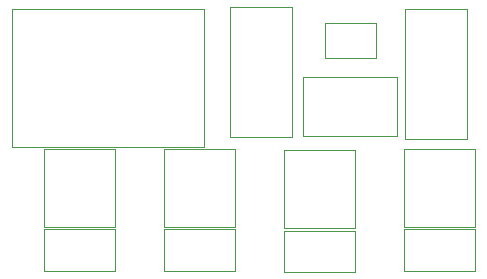
<source format=gbr>
G04 #@! TF.FileFunction,Other,User*
%FSLAX46Y46*%
G04 Gerber Fmt 4.6, Leading zero omitted, Abs format (unit mm)*
G04 Created by KiCad (PCBNEW 4.0.1-3.201512221402+6198~38~ubuntu14.04.1-stable) date Sat 30 Jul 2016 07:16:47 PM PDT*
%MOMM*%
G01*
G04 APERTURE LIST*
%ADD10C,0.100000*%
%ADD11C,0.050000*%
G04 APERTURE END LIST*
D10*
D11*
X131032500Y-97511500D02*
X136282500Y-97511500D01*
X131032500Y-86511500D02*
X131032500Y-97511500D01*
X136282500Y-86511500D02*
X131032500Y-86511500D01*
X136282500Y-97511500D02*
X136282500Y-86511500D01*
X97713340Y-98186000D02*
X113963340Y-98186000D01*
X97713340Y-86436000D02*
X97713340Y-98186000D01*
X113963340Y-86436000D02*
X97713340Y-86436000D01*
X113963340Y-98186000D02*
X113963340Y-86436000D01*
X136941500Y-98363500D02*
X130891500Y-98363500D01*
X136941500Y-104963500D02*
X130891500Y-104963500D01*
X136941500Y-98363500D02*
X136933940Y-104963500D01*
X130891500Y-98363500D02*
X130891500Y-104963500D01*
X126781500Y-98427000D02*
X120731500Y-98427000D01*
X126781500Y-105027000D02*
X120731500Y-105027000D01*
X126781500Y-98427000D02*
X126773940Y-105027000D01*
X120731500Y-98427000D02*
X120731500Y-105027000D01*
X116621500Y-98363500D02*
X110571500Y-98363500D01*
X116621500Y-104963500D02*
X110571500Y-104963500D01*
X116621500Y-98363500D02*
X116613940Y-104963500D01*
X110571500Y-98363500D02*
X110571500Y-104963500D01*
X106461500Y-98363500D02*
X100411500Y-98363500D01*
X106461500Y-104963500D02*
X100411500Y-104963500D01*
X106461500Y-98363500D02*
X106453940Y-104963500D01*
X100411500Y-98363500D02*
X100411500Y-104963500D01*
X116211600Y-97295600D02*
X121461600Y-97295600D01*
X116211600Y-86295600D02*
X116211600Y-97295600D01*
X121461600Y-86295600D02*
X116211600Y-86295600D01*
X121461600Y-97295600D02*
X121461600Y-86295600D01*
X130325000Y-97242000D02*
X122325000Y-97242000D01*
X122325000Y-97242000D02*
X122325000Y-92242000D01*
X122325000Y-92242000D02*
X130325000Y-92242000D01*
X130325000Y-92242000D02*
X130325000Y-97242000D01*
X128535000Y-90654000D02*
X124235000Y-90654000D01*
X124235000Y-90654000D02*
X124235000Y-87654000D01*
X124235000Y-87654000D02*
X128535000Y-87654000D01*
X128535000Y-87654000D02*
X128535000Y-90654000D01*
X136941500Y-105120500D02*
X130891500Y-105120500D01*
X136941500Y-108620500D02*
X130891500Y-108620500D01*
X136941500Y-105120500D02*
X136941500Y-108620500D01*
X130891500Y-105120500D02*
X130891500Y-108620500D01*
X126781500Y-105247500D02*
X120731500Y-105247500D01*
X126781500Y-108747500D02*
X120731500Y-108747500D01*
X126781500Y-105247500D02*
X126781500Y-108747500D01*
X120731500Y-105247500D02*
X120731500Y-108747500D01*
X116621500Y-105120500D02*
X110571500Y-105120500D01*
X116621500Y-108620500D02*
X110571500Y-108620500D01*
X116621500Y-105120500D02*
X116621500Y-108620500D01*
X110571500Y-105120500D02*
X110571500Y-108620500D01*
X106461500Y-105120500D02*
X100411500Y-105120500D01*
X106461500Y-108620500D02*
X100411500Y-108620500D01*
X106461500Y-105120500D02*
X106461500Y-108620500D01*
X100411500Y-105120500D02*
X100411500Y-108620500D01*
M02*

</source>
